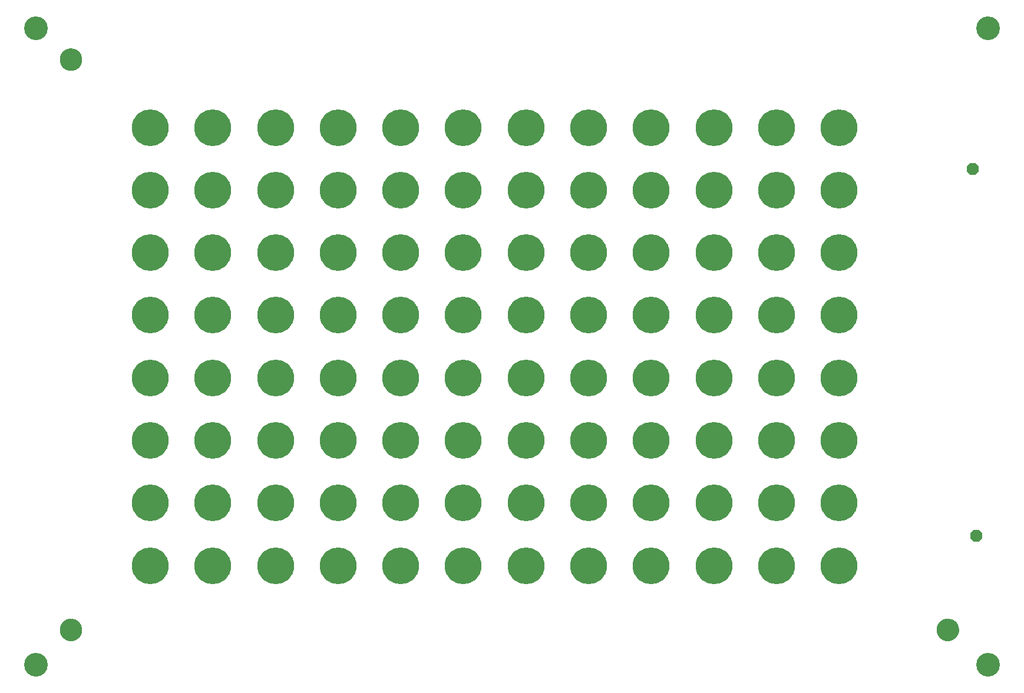
<source format=gts>
G75*
%MOIN*%
%OFA0B0*%
%FSLAX25Y25*%
%IPPOS*%
%LPD*%
%AMOC8*
5,1,8,0,0,1.08239X$1,22.5*
%
%ADD10C,0.20800*%
%ADD11C,0.13398*%
%ADD12C,0.08600*%
%ADD13C,0.04800*%
%ADD14OC8,0.06800*%
D10*
X0130197Y0112661D03*
X0165630Y0112661D03*
X0201063Y0112661D03*
X0236496Y0112661D03*
X0271929Y0112661D03*
X0307362Y0112661D03*
X0342795Y0112661D03*
X0378228Y0112661D03*
X0413661Y0112661D03*
X0449094Y0112661D03*
X0484528Y0112661D03*
X0519961Y0112661D03*
X0519961Y0148094D03*
X0484528Y0148094D03*
X0449094Y0148094D03*
X0413661Y0148094D03*
X0378228Y0148094D03*
X0342795Y0148094D03*
X0307362Y0148094D03*
X0271929Y0148094D03*
X0236496Y0148094D03*
X0201063Y0148094D03*
X0165630Y0148094D03*
X0130197Y0148094D03*
X0130197Y0183528D03*
X0165630Y0183528D03*
X0201063Y0183528D03*
X0236496Y0183528D03*
X0271929Y0183528D03*
X0307362Y0183528D03*
X0342795Y0183528D03*
X0378228Y0183528D03*
X0413661Y0183528D03*
X0449094Y0183528D03*
X0484528Y0183528D03*
X0519961Y0183528D03*
X0519961Y0218961D03*
X0484528Y0218961D03*
X0449094Y0218961D03*
X0413661Y0218961D03*
X0378228Y0218961D03*
X0342795Y0218961D03*
X0307362Y0218961D03*
X0271929Y0218961D03*
X0236496Y0218961D03*
X0201063Y0218961D03*
X0165630Y0218961D03*
X0130197Y0218961D03*
X0130197Y0254394D03*
X0165630Y0254394D03*
X0201063Y0254394D03*
X0236496Y0254394D03*
X0271929Y0254394D03*
X0307362Y0254394D03*
X0342795Y0254394D03*
X0378228Y0254394D03*
X0413661Y0254394D03*
X0449094Y0254394D03*
X0484528Y0254394D03*
X0519961Y0254394D03*
X0519961Y0289827D03*
X0484528Y0289827D03*
X0449094Y0289827D03*
X0413661Y0289827D03*
X0378228Y0289827D03*
X0342795Y0289827D03*
X0307362Y0289827D03*
X0271929Y0289827D03*
X0236496Y0289827D03*
X0201063Y0289827D03*
X0165630Y0289827D03*
X0130197Y0289827D03*
X0130197Y0325260D03*
X0165630Y0325260D03*
X0201063Y0325260D03*
X0236496Y0325260D03*
X0271929Y0325260D03*
X0307362Y0325260D03*
X0342795Y0325260D03*
X0378228Y0325260D03*
X0413661Y0325260D03*
X0449094Y0325260D03*
X0484528Y0325260D03*
X0519961Y0325260D03*
X0519961Y0360693D03*
X0484528Y0360693D03*
X0449094Y0360693D03*
X0413661Y0360693D03*
X0378228Y0360693D03*
X0342795Y0360693D03*
X0307362Y0360693D03*
X0271929Y0360693D03*
X0236496Y0360693D03*
X0201063Y0360693D03*
X0165630Y0360693D03*
X0130197Y0360693D03*
D11*
X0065709Y0056598D03*
X0065709Y0416756D03*
X0604134Y0416756D03*
X0604134Y0056598D03*
D12*
X0579488Y0076283D02*
X0579490Y0076371D01*
X0579496Y0076459D01*
X0579506Y0076547D01*
X0579520Y0076635D01*
X0579537Y0076721D01*
X0579559Y0076807D01*
X0579584Y0076891D01*
X0579614Y0076975D01*
X0579646Y0077057D01*
X0579683Y0077137D01*
X0579723Y0077216D01*
X0579767Y0077293D01*
X0579814Y0077368D01*
X0579864Y0077440D01*
X0579918Y0077511D01*
X0579974Y0077578D01*
X0580034Y0077644D01*
X0580096Y0077706D01*
X0580162Y0077766D01*
X0580229Y0077822D01*
X0580300Y0077876D01*
X0580372Y0077926D01*
X0580447Y0077973D01*
X0580524Y0078017D01*
X0580603Y0078057D01*
X0580683Y0078094D01*
X0580765Y0078126D01*
X0580849Y0078156D01*
X0580933Y0078181D01*
X0581019Y0078203D01*
X0581105Y0078220D01*
X0581193Y0078234D01*
X0581281Y0078244D01*
X0581369Y0078250D01*
X0581457Y0078252D01*
X0581545Y0078250D01*
X0581633Y0078244D01*
X0581721Y0078234D01*
X0581809Y0078220D01*
X0581895Y0078203D01*
X0581981Y0078181D01*
X0582065Y0078156D01*
X0582149Y0078126D01*
X0582231Y0078094D01*
X0582311Y0078057D01*
X0582390Y0078017D01*
X0582467Y0077973D01*
X0582542Y0077926D01*
X0582614Y0077876D01*
X0582685Y0077822D01*
X0582752Y0077766D01*
X0582818Y0077706D01*
X0582880Y0077644D01*
X0582940Y0077578D01*
X0582996Y0077511D01*
X0583050Y0077440D01*
X0583100Y0077368D01*
X0583147Y0077293D01*
X0583191Y0077216D01*
X0583231Y0077137D01*
X0583268Y0077057D01*
X0583300Y0076975D01*
X0583330Y0076891D01*
X0583355Y0076807D01*
X0583377Y0076721D01*
X0583394Y0076635D01*
X0583408Y0076547D01*
X0583418Y0076459D01*
X0583424Y0076371D01*
X0583426Y0076283D01*
X0583424Y0076195D01*
X0583418Y0076107D01*
X0583408Y0076019D01*
X0583394Y0075931D01*
X0583377Y0075845D01*
X0583355Y0075759D01*
X0583330Y0075675D01*
X0583300Y0075591D01*
X0583268Y0075509D01*
X0583231Y0075429D01*
X0583191Y0075350D01*
X0583147Y0075273D01*
X0583100Y0075198D01*
X0583050Y0075126D01*
X0582996Y0075055D01*
X0582940Y0074988D01*
X0582880Y0074922D01*
X0582818Y0074860D01*
X0582752Y0074800D01*
X0582685Y0074744D01*
X0582614Y0074690D01*
X0582542Y0074640D01*
X0582467Y0074593D01*
X0582390Y0074549D01*
X0582311Y0074509D01*
X0582231Y0074472D01*
X0582149Y0074440D01*
X0582065Y0074410D01*
X0581981Y0074385D01*
X0581895Y0074363D01*
X0581809Y0074346D01*
X0581721Y0074332D01*
X0581633Y0074322D01*
X0581545Y0074316D01*
X0581457Y0074314D01*
X0581369Y0074316D01*
X0581281Y0074322D01*
X0581193Y0074332D01*
X0581105Y0074346D01*
X0581019Y0074363D01*
X0580933Y0074385D01*
X0580849Y0074410D01*
X0580765Y0074440D01*
X0580683Y0074472D01*
X0580603Y0074509D01*
X0580524Y0074549D01*
X0580447Y0074593D01*
X0580372Y0074640D01*
X0580300Y0074690D01*
X0580229Y0074744D01*
X0580162Y0074800D01*
X0580096Y0074860D01*
X0580034Y0074922D01*
X0579974Y0074988D01*
X0579918Y0075055D01*
X0579864Y0075126D01*
X0579814Y0075198D01*
X0579767Y0075273D01*
X0579723Y0075350D01*
X0579683Y0075429D01*
X0579646Y0075509D01*
X0579614Y0075591D01*
X0579584Y0075675D01*
X0579559Y0075759D01*
X0579537Y0075845D01*
X0579520Y0075931D01*
X0579506Y0076019D01*
X0579496Y0076107D01*
X0579490Y0076195D01*
X0579488Y0076283D01*
X0083425Y0076283D02*
X0083427Y0076371D01*
X0083433Y0076459D01*
X0083443Y0076547D01*
X0083457Y0076635D01*
X0083474Y0076721D01*
X0083496Y0076807D01*
X0083521Y0076891D01*
X0083551Y0076975D01*
X0083583Y0077057D01*
X0083620Y0077137D01*
X0083660Y0077216D01*
X0083704Y0077293D01*
X0083751Y0077368D01*
X0083801Y0077440D01*
X0083855Y0077511D01*
X0083911Y0077578D01*
X0083971Y0077644D01*
X0084033Y0077706D01*
X0084099Y0077766D01*
X0084166Y0077822D01*
X0084237Y0077876D01*
X0084309Y0077926D01*
X0084384Y0077973D01*
X0084461Y0078017D01*
X0084540Y0078057D01*
X0084620Y0078094D01*
X0084702Y0078126D01*
X0084786Y0078156D01*
X0084870Y0078181D01*
X0084956Y0078203D01*
X0085042Y0078220D01*
X0085130Y0078234D01*
X0085218Y0078244D01*
X0085306Y0078250D01*
X0085394Y0078252D01*
X0085482Y0078250D01*
X0085570Y0078244D01*
X0085658Y0078234D01*
X0085746Y0078220D01*
X0085832Y0078203D01*
X0085918Y0078181D01*
X0086002Y0078156D01*
X0086086Y0078126D01*
X0086168Y0078094D01*
X0086248Y0078057D01*
X0086327Y0078017D01*
X0086404Y0077973D01*
X0086479Y0077926D01*
X0086551Y0077876D01*
X0086622Y0077822D01*
X0086689Y0077766D01*
X0086755Y0077706D01*
X0086817Y0077644D01*
X0086877Y0077578D01*
X0086933Y0077511D01*
X0086987Y0077440D01*
X0087037Y0077368D01*
X0087084Y0077293D01*
X0087128Y0077216D01*
X0087168Y0077137D01*
X0087205Y0077057D01*
X0087237Y0076975D01*
X0087267Y0076891D01*
X0087292Y0076807D01*
X0087314Y0076721D01*
X0087331Y0076635D01*
X0087345Y0076547D01*
X0087355Y0076459D01*
X0087361Y0076371D01*
X0087363Y0076283D01*
X0087361Y0076195D01*
X0087355Y0076107D01*
X0087345Y0076019D01*
X0087331Y0075931D01*
X0087314Y0075845D01*
X0087292Y0075759D01*
X0087267Y0075675D01*
X0087237Y0075591D01*
X0087205Y0075509D01*
X0087168Y0075429D01*
X0087128Y0075350D01*
X0087084Y0075273D01*
X0087037Y0075198D01*
X0086987Y0075126D01*
X0086933Y0075055D01*
X0086877Y0074988D01*
X0086817Y0074922D01*
X0086755Y0074860D01*
X0086689Y0074800D01*
X0086622Y0074744D01*
X0086551Y0074690D01*
X0086479Y0074640D01*
X0086404Y0074593D01*
X0086327Y0074549D01*
X0086248Y0074509D01*
X0086168Y0074472D01*
X0086086Y0074440D01*
X0086002Y0074410D01*
X0085918Y0074385D01*
X0085832Y0074363D01*
X0085746Y0074346D01*
X0085658Y0074332D01*
X0085570Y0074322D01*
X0085482Y0074316D01*
X0085394Y0074314D01*
X0085306Y0074316D01*
X0085218Y0074322D01*
X0085130Y0074332D01*
X0085042Y0074346D01*
X0084956Y0074363D01*
X0084870Y0074385D01*
X0084786Y0074410D01*
X0084702Y0074440D01*
X0084620Y0074472D01*
X0084540Y0074509D01*
X0084461Y0074549D01*
X0084384Y0074593D01*
X0084309Y0074640D01*
X0084237Y0074690D01*
X0084166Y0074744D01*
X0084099Y0074800D01*
X0084033Y0074860D01*
X0083971Y0074922D01*
X0083911Y0074988D01*
X0083855Y0075055D01*
X0083801Y0075126D01*
X0083751Y0075198D01*
X0083704Y0075273D01*
X0083660Y0075350D01*
X0083620Y0075429D01*
X0083583Y0075509D01*
X0083551Y0075591D01*
X0083521Y0075675D01*
X0083496Y0075759D01*
X0083474Y0075845D01*
X0083457Y0075931D01*
X0083443Y0076019D01*
X0083433Y0076107D01*
X0083427Y0076195D01*
X0083425Y0076283D01*
X0083425Y0399118D02*
X0083427Y0399206D01*
X0083433Y0399294D01*
X0083443Y0399382D01*
X0083457Y0399470D01*
X0083474Y0399556D01*
X0083496Y0399642D01*
X0083521Y0399726D01*
X0083551Y0399810D01*
X0083583Y0399892D01*
X0083620Y0399972D01*
X0083660Y0400051D01*
X0083704Y0400128D01*
X0083751Y0400203D01*
X0083801Y0400275D01*
X0083855Y0400346D01*
X0083911Y0400413D01*
X0083971Y0400479D01*
X0084033Y0400541D01*
X0084099Y0400601D01*
X0084166Y0400657D01*
X0084237Y0400711D01*
X0084309Y0400761D01*
X0084384Y0400808D01*
X0084461Y0400852D01*
X0084540Y0400892D01*
X0084620Y0400929D01*
X0084702Y0400961D01*
X0084786Y0400991D01*
X0084870Y0401016D01*
X0084956Y0401038D01*
X0085042Y0401055D01*
X0085130Y0401069D01*
X0085218Y0401079D01*
X0085306Y0401085D01*
X0085394Y0401087D01*
X0085482Y0401085D01*
X0085570Y0401079D01*
X0085658Y0401069D01*
X0085746Y0401055D01*
X0085832Y0401038D01*
X0085918Y0401016D01*
X0086002Y0400991D01*
X0086086Y0400961D01*
X0086168Y0400929D01*
X0086248Y0400892D01*
X0086327Y0400852D01*
X0086404Y0400808D01*
X0086479Y0400761D01*
X0086551Y0400711D01*
X0086622Y0400657D01*
X0086689Y0400601D01*
X0086755Y0400541D01*
X0086817Y0400479D01*
X0086877Y0400413D01*
X0086933Y0400346D01*
X0086987Y0400275D01*
X0087037Y0400203D01*
X0087084Y0400128D01*
X0087128Y0400051D01*
X0087168Y0399972D01*
X0087205Y0399892D01*
X0087237Y0399810D01*
X0087267Y0399726D01*
X0087292Y0399642D01*
X0087314Y0399556D01*
X0087331Y0399470D01*
X0087345Y0399382D01*
X0087355Y0399294D01*
X0087361Y0399206D01*
X0087363Y0399118D01*
X0087361Y0399030D01*
X0087355Y0398942D01*
X0087345Y0398854D01*
X0087331Y0398766D01*
X0087314Y0398680D01*
X0087292Y0398594D01*
X0087267Y0398510D01*
X0087237Y0398426D01*
X0087205Y0398344D01*
X0087168Y0398264D01*
X0087128Y0398185D01*
X0087084Y0398108D01*
X0087037Y0398033D01*
X0086987Y0397961D01*
X0086933Y0397890D01*
X0086877Y0397823D01*
X0086817Y0397757D01*
X0086755Y0397695D01*
X0086689Y0397635D01*
X0086622Y0397579D01*
X0086551Y0397525D01*
X0086479Y0397475D01*
X0086404Y0397428D01*
X0086327Y0397384D01*
X0086248Y0397344D01*
X0086168Y0397307D01*
X0086086Y0397275D01*
X0086002Y0397245D01*
X0085918Y0397220D01*
X0085832Y0397198D01*
X0085746Y0397181D01*
X0085658Y0397167D01*
X0085570Y0397157D01*
X0085482Y0397151D01*
X0085394Y0397149D01*
X0085306Y0397151D01*
X0085218Y0397157D01*
X0085130Y0397167D01*
X0085042Y0397181D01*
X0084956Y0397198D01*
X0084870Y0397220D01*
X0084786Y0397245D01*
X0084702Y0397275D01*
X0084620Y0397307D01*
X0084540Y0397344D01*
X0084461Y0397384D01*
X0084384Y0397428D01*
X0084309Y0397475D01*
X0084237Y0397525D01*
X0084166Y0397579D01*
X0084099Y0397635D01*
X0084033Y0397695D01*
X0083971Y0397757D01*
X0083911Y0397823D01*
X0083855Y0397890D01*
X0083801Y0397961D01*
X0083751Y0398033D01*
X0083704Y0398108D01*
X0083660Y0398185D01*
X0083620Y0398264D01*
X0083583Y0398344D01*
X0083551Y0398426D01*
X0083521Y0398510D01*
X0083496Y0398594D01*
X0083474Y0398680D01*
X0083457Y0398766D01*
X0083443Y0398854D01*
X0083433Y0398942D01*
X0083427Y0399030D01*
X0083425Y0399118D01*
D13*
X0085394Y0399118D03*
X0085394Y0076283D03*
X0581457Y0076283D03*
D14*
X0597598Y0129687D03*
X0595698Y0337387D03*
M02*

</source>
